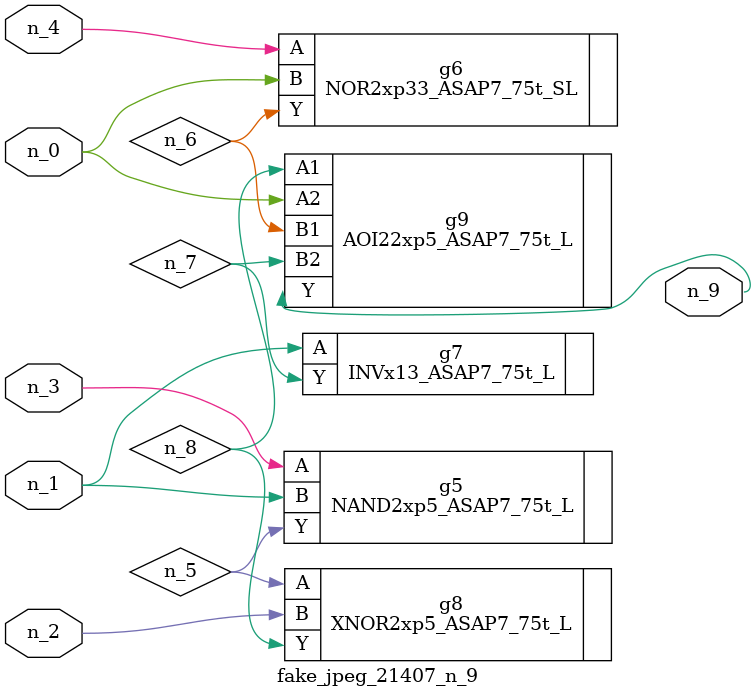
<source format=v>
module fake_jpeg_21407_n_9 (n_3, n_2, n_1, n_0, n_4, n_9);

input n_3;
input n_2;
input n_1;
input n_0;
input n_4;

output n_9;

wire n_8;
wire n_6;
wire n_5;
wire n_7;

NAND2xp5_ASAP7_75t_L g5 ( 
.A(n_3),
.B(n_1),
.Y(n_5)
);

NOR2xp33_ASAP7_75t_SL g6 ( 
.A(n_4),
.B(n_0),
.Y(n_6)
);

INVx13_ASAP7_75t_L g7 ( 
.A(n_1),
.Y(n_7)
);

XNOR2xp5_ASAP7_75t_L g8 ( 
.A(n_5),
.B(n_2),
.Y(n_8)
);

AOI22xp5_ASAP7_75t_L g9 ( 
.A1(n_8),
.A2(n_0),
.B1(n_6),
.B2(n_7),
.Y(n_9)
);


endmodule
</source>
